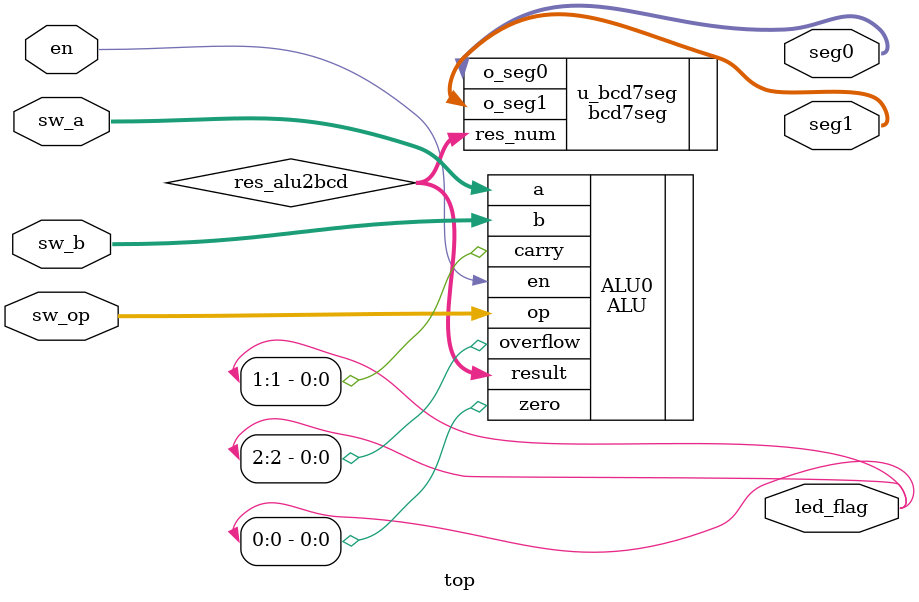
<source format=v>
module top (en, sw_op, sw_a, sw_b, led_flag, seg0, seg1);
	input 			en;
	input [2:0]		sw_op;
	input [3:0]		sw_a, sw_b;
	output [2:0]	led_flag;
	output [7:0]	seg0, seg1;

	wire [3:0] 		res_alu2bcd;
/* verilator lint_off WIDTHEXPAND */
	ALU ALU0 (
		.en			(en),
		.op			(sw_op),
		.a			(sw_a),
		.b			(sw_b),
		.result		(res_alu2bcd),
		.overflow	(led_flag[2]),
		.carry		(led_flag[1]),
		.zero		(led_flag[0])
	);
	
	bcd7seg u_bcd7seg(
		.res_num 	(res_alu2bcd),
		.o_seg0  	(seg0),
		.o_seg1  	(seg1)
	);
/* verilator lint_off WIDTHEXPAND */
endmodule

</source>
